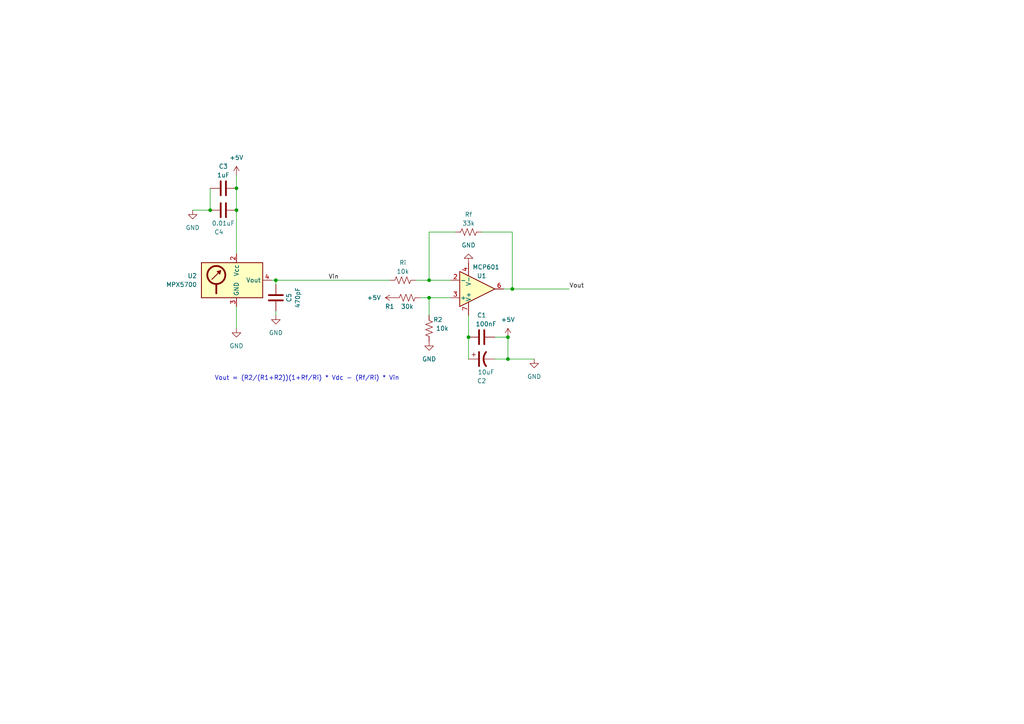
<source format=kicad_sch>
(kicad_sch (version 20230121) (generator eeschema)
  (paper "A4")
  (lib_symbols
    (symbol "Amplifier_Operational:MCP601-xSN" (pin_names (offset 0.127))
      (property "Reference" "U" (at 0 6.35 0))
      (property "Value" "MCP601-xSN" (at 0 3.81 0))
      (symbol "MCP601-xSN_0_1"
        (polyline (pts (xy -5.08 5.08) (xy 5.08 0) (xy -5.08 -5.08) (xy -5.08 5.08)) (stroke (width 0.254)) (fill (type background)))
      )
      (symbol "MCP601-xSN_1_1"
        (pin no_connect line (at -2.54 2.54 270) (length 2.54) hide (name "NC") (number "1"))
        (pin input line (at -7.62 -2.54 0) (length 2.54) (name "-") (number "2"))
        (pin input line (at -7.62 2.54 0) (length 2.54) (name "+") (number "3"))
        (pin power_in line (at -2.54 -7.62 90) (length 3.81) (name "V-") (number "4"))
        (pin no_connect line (at 0 2.54 270) (length 2.54) hide (name "NC") (number "5"))
        (pin output line (at 7.62 0 180) (length 2.54) (name "~") (number "6"))
        (pin power_in line (at -2.54 7.62 270) (length 3.81) (name "V+") (number "7"))
        (pin no_connect line (at 0 -2.54 90) (length 2.54) hide (name "NC") (number "8"))
      )
    )
    (symbol "Device:C" (pin_numbers hide) (pin_names (offset 0.254))
      (property "Reference" "C" (at 0.635 2.54 0))
      (property "Value" "C" (at 0.635 -2.54 0))
      (symbol "C_0_1"
        (polyline (pts (xy -2.032 -0.762) (xy 2.032 -0.762)) (stroke (width 0.508)))
        (polyline (pts (xy -2.032 0.762) (xy 2.032 0.762)) (stroke (width 0.508)))
      )
      (symbol "C_1_1"
        (pin passive line (at 0 3.81 270) (length 2.794) (name "~") (number "1"))
        (pin passive line (at 0 -3.81 90) (length 2.794) (name "~") (number "2"))
      )
    )
    (symbol "Device:C_Polarized_US" (pin_numbers hide) (pin_names (offset 0.254) hide)
      (property "Reference" "C" (at 0.635 2.54 0))
      (property "Value" "C_Polarized_US" (at 0.635 -2.54 0))
      (symbol "C_Polarized_US_0_1"
        (polyline (pts (xy -2.032 0.762) (xy 2.032 0.762)) (stroke (width 0.508)))
        (polyline (pts (xy -1.778 2.286) (xy -0.762 2.286)))
        (polyline (pts (xy -1.27 1.778) (xy -1.27 2.794)))
        (arc (start 2.032 -1.27) (mid 0 -0.5572) (end -2.032 -1.27) (stroke (width 0.508)))
      )
      (symbol "C_Polarized_US_1_1"
        (pin passive line (at 0 3.81 270) (length 2.794) (name "~") (number "1"))
        (pin passive line (at 0 -3.81 90) (length 3.302) (name "~") (number "2"))
      )
    )
    (symbol "Device:R_US" (pin_numbers hide) (pin_names (offset 0))
      (property "Reference" "R" (at 2.54 0 90))
      (property "Value" "R_US" (at -2.54 0 90))
      (symbol "R_US_0_1"
        (polyline (pts (xy 0 -2.286) (xy 0 -2.54)))
        (polyline (pts (xy 0 2.286) (xy 0 2.54)))
        (polyline (pts (xy 0 -0.762) (xy 1.016 -1.143) (xy 0 -1.524) (xy -1.016 -1.905) (xy 0 -2.286)))
        (polyline (pts (xy 0 0.762) (xy 1.016 0.381) (xy 0 0) (xy -1.016 -0.381) (xy 0 -0.762)))
        (polyline (pts (xy 0 2.286) (xy 1.016 1.905) (xy 0 1.524) (xy -1.016 1.143) (xy 0 0.762)))
      )
      (symbol "R_US_1_1"
        (pin passive line (at 0 3.81 270) (length 1.27) (name "~") (number "1"))
        (pin passive line (at 0 -3.81 90) (length 1.27) (name "~") (number "2"))
      )
    )
    (symbol "Sensor_Pressure:MPXA6115A"
      (property "Reference" "U" (at -10.16 6.35 0))
      (property "Value" "MPXA6115A" (at 1.27 6.35 0))
      (symbol "MPXA6115A_0_1"
        (circle (center -5.842 1.524) (radius 2.6162) (stroke (width 0.508)))
        (polyline (pts (xy -7.112 0.254) (xy -4.572 2.794)) (stroke (width 0.254)))
        (polyline (pts (xy -5.842 -1.27) (xy -5.842 -3.81)) (stroke (width 0.508)))
        (polyline (pts (xy -4.572 2.794) (xy -4.826 1.778) (xy -5.588 2.54) (xy -4.572 2.794)) (stroke (width 0.254)) (fill (type outline)))
        (rectangle (start 7.62 5.08) (end -10.16 -5.08) (stroke (width 0.254)) (fill (type background)))
      )
      (symbol "MPXA6115A_1_1"
        (pin no_connect line (at 5.08 -5.08 90) (length 2.54) hide (name "NC") (number "1"))
        (pin power_in line (at 0 7.62 270) (length 2.54) (name "Vcc") (number "2"))
        (pin power_in line (at 0 -7.62 90) (length 2.54) (name "GND") (number "3"))
        (pin output line (at 10.16 0 180) (length 2.54) (name "Vout") (number "4"))
        (pin no_connect line (at -7.62 -5.08 90) (length 2.54) hide (name "NC") (number "5"))
        (pin no_connect line (at -5.08 -5.08 90) (length 2.54) hide (name "NC") (number "6"))
        (pin no_connect line (at -2.54 -5.08 90) (length 2.54) hide (name "NC") (number "7"))
        (pin no_connect line (at 2.54 -5.08 90) (length 2.54) hide (name "NC") (number "8"))
      )
    )
    (symbol "power:+5V" (power) (pin_names (offset 0))
      (property "Value" "+5V" (at 0 3.556 0))
      (symbol "+5V_0_1"
        (polyline (pts (xy -0.762 1.27) (xy 0 2.54)))
        (polyline (pts (xy 0 0) (xy 0 2.54)))
        (polyline (pts (xy 0 2.54) (xy 0.762 1.27)))
      )
      (symbol "+5V_1_1"
        (pin power_in line (at 0 0 90) (length 0) hide (name "+5V") (number "1"))
      )
    )
    (symbol "power:GND" (power) (pin_names (offset 0))
      (property "Value" "GND" (at 0 -3.81 0))
      (symbol "GND_0_1"
        (polyline (pts (xy 0 0) (xy 0 -1.27) (xy 1.27 -1.27) (xy 0 -2.54) (xy -1.27 -1.27) (xy 0 -1.27)))
      )
      (symbol "GND_1_1"
        (pin power_in line (at 0 0 270) (length 0) hide (name "GND") (number "1"))
      )
    )
  )
  (junction (at 135.89 97.79))
  (junction (at 124.46 86.36))
  (junction (at 124.46 81.28))
  (junction (at 147.32 97.79))
  (junction (at 148.59 83.82))
  (junction (at 60.96 60.96))
  (junction (at 68.58 60.96))
  (junction (at 147.32 104.14))
  (junction (at 68.58 54.61))
  (junction (at 80.01 81.28))
  (wire (pts (xy 68.58 54.61) (xy 68.58 60.96)))
  (wire (pts (xy 124.46 81.28) (xy 130.81 81.28)))
  (wire (pts (xy 121.92 86.36) (xy 124.46 86.36)))
  (wire (pts (xy 80.01 90.17) (xy 80.01 91.44)))
  (wire (pts (xy 68.58 60.96) (xy 68.58 73.66)))
  (wire (pts (xy 80.01 82.55) (xy 80.01 81.28)))
  (wire (pts (xy 139.7 67.31) (xy 148.59 67.31)))
  (wire (pts (xy 135.89 97.79) (xy 135.89 104.14)))
  (wire (pts (xy 147.32 97.79) (xy 147.32 104.14)))
  (wire (pts (xy 135.89 91.44) (xy 135.89 97.79)))
  (wire (pts (xy 68.58 88.9) (xy 68.58 95.25)))
  (wire (pts (xy 124.46 86.36) (xy 124.46 91.44)))
  (wire (pts (xy 124.46 86.36) (xy 130.81 86.36)))
  (wire (pts (xy 124.46 67.31) (xy 132.08 67.31)))
  (wire (pts (xy 154.94 104.14) (xy 147.32 104.14)))
  (wire (pts (xy 147.32 97.79) (xy 143.51 97.79)))
  (wire (pts (xy 60.96 54.61) (xy 60.96 60.96)))
  (wire (pts (xy 55.88 60.96) (xy 60.96 60.96)))
  (wire (pts (xy 80.01 81.28) (xy 113.03 81.28)))
  (wire (pts (xy 124.46 67.31) (xy 124.46 81.28)))
  (wire (pts (xy 146.05 83.82) (xy 148.59 83.82)))
  (wire (pts (xy 148.59 83.82) (xy 165.1 83.82)))
  (wire (pts (xy 120.65 81.28) (xy 124.46 81.28)))
  (wire (pts (xy 148.59 67.31) (xy 148.59 83.82)))
  (wire (pts (xy 68.58 50.8) (xy 68.58 54.61)))
  (wire (pts (xy 147.32 104.14) (xy 143.51 104.14)))
  (wire (pts (xy 80.01 81.28) (xy 78.74 81.28)))
  (text "Vout = (R2/(R1+R2))(1+Rf/Ri) * Vdc - (Rf/Ri) * Vin" (at 62.23 110.49 0) (effects (font (size 1.27 1.27)) (justify left bottom)))
  (label "Vin" (at 95.25 81.28 0))
  (label "Vout" (at 165.1 83.82 0))
  (symbol (lib_id "Device:C") (at 139.7 97.79 90) (unit 1)
    (property "Reference" "C1" (at 139.7 91.44 90))
    (property "Value" "100nF" (at 140.97 93.98 90))
  )
  (symbol (lib_id "power:GND") (at 80.01 91.44 0) (unit 1)
    (property "Reference" "#PWR04" (effects hide))
    (property "Value" "GND" (at 80.01 96.52 0))
  )
  (symbol (lib_id "power:GND") (at 135.89 76.2 180) (unit 1)
    (property "Reference" "#PWR01" (effects hide))
    (property "Value" "GND" (at 135.89 71.12 0))
  )
  (symbol (lib_id "Device:R_US") (at 124.46 95.25 180) (unit 1)
    (property "Reference" "R2" (at 127 92.71 0))
    (property "Value" "10k" (at 128.27 95.25 0))
  )
  (symbol (lib_id "power:GND") (at 154.94 104.14 0) (unit 1)
    (property "Reference" "#PWR05" (effects hide))
    (property "Value" "GND" (at 154.94 109.22 0))
  )
  (symbol (lib_id "power:+5V") (at 114.3 86.36 90) (unit 1)
    (property "Reference" "#PWR03" (effects hide))
    (property "Value" "+5V" (at 110.49 86.36 90) (effects (justify left)))
  )
  (symbol (lib_id "power:+5V") (at 147.32 97.79 0) (unit 1)
    (property "Reference" "#PWR02" (effects hide))
    (property "Value" "+5V" (at 147.32 92.71 0))
  )
  (symbol (lib_id "Device:C_Polarized_US") (at 139.7 104.14 90) (mirror x) (unit 1)
    (property "Reference" "C2" (at 139.7 110.49 90))
    (property "Value" "10uF" (at 140.97 107.95 90))
  )
  (symbol (lib_id "Device:R_US") (at 118.11 86.36 90) (unit 1)
    (property "Reference" "R1" (at 113.03 88.9 90))
    (property "Value" "30k" (at 118.11 88.9 90))
  )
  (symbol (lib_id "Device:C") (at 80.01 86.36 180) (unit 1)
    (property "Reference" "C5" (at 83.82 86.36 90))
    (property "Value" "470pF" (at 86.36 86.36 90))
  )
  (symbol (lib_id "power:GND") (at 55.88 60.96 0) (unit 1)
    (property "Reference" "#PWR07" (effects hide))
    (property "Value" "GND" (at 55.88 66.04 0))
  )
  (symbol (lib_id "power:GND") (at 124.46 99.06 0) (unit 1)
    (property "Reference" "#PWR08" (effects hide))
    (property "Value" "GND" (at 124.46 104.14 0))
  )
  (symbol (lib_id "Device:C") (at 64.77 54.61 90) (unit 1)
    (property "Reference" "C3" (at 64.77 48.26 90))
    (property "Value" "1uF" (at 64.77 50.8 90))
  )
  (symbol (lib_id "power:GND") (at 68.58 95.25 0) (unit 1)
    (property "Reference" "#PWR06" (effects hide))
    (property "Value" "GND" (at 68.58 100.33 0))
  )
  (symbol (lib_id "Device:C") (at 64.77 60.96 90) (unit 1)
    (property "Reference" "C4" (at 63.5 67.31 90))
    (property "Value" "0.01uF" (at 64.77 64.77 90))
  )
  (symbol (lib_id "Device:R_US") (at 135.89 67.31 90) (unit 1)
    (property "Reference" "Rf" (at 135.89 62.23 90))
    (property "Value" "33k" (at 135.89 64.77 90))
  )
  (symbol (lib_id "power:+5V") (at 68.58 50.8 0) (unit 1)
    (property "Reference" "#PWR09" (effects hide))
    (property "Value" "+5V" (at 68.58 45.72 0))
  )
  (symbol (lib_id "Amplifier_Operational:MCP601-xSN") (at 138.43 83.82 0) (mirror x) (unit 1)
    (property "Reference" "U1" (at 139.7 80.01 0))
    (property "Value" "MCP601" (at 140.97 77.47 0))
    (property "Footprint" "Package_SO:SOIC-8_3.9x4.9mm_P1.27mm" (effects hide))
    (property "Datasheet" "http://ww1.microchip.com/downloads/en/DeviceDoc/21314g.pdf" (effects hide))
  )
  (symbol (lib_id "Device:R_US") (at 116.84 81.28 90) (unit 1)
    (property "Reference" "Ri" (at 116.84 76.2 90))
    (property "Value" "10k" (at 116.84 78.74 90))
  )
  (symbol (lib_id "Sensor_Pressure:MPXA6115A") (at 68.58 81.28 0) (unit 1)
    (property "Reference" "U2" (at 57.15 80.01 0) (effects (justify right)))
    (property "Value" "MPX5700" (at 57.15 82.55 0) (effects (justify right)))
    (property "Datasheet" "https://www.nxp.com/docs/en/data-sheet/MPXA6115A.pdf" (effects hide))
  )
)
</source>
